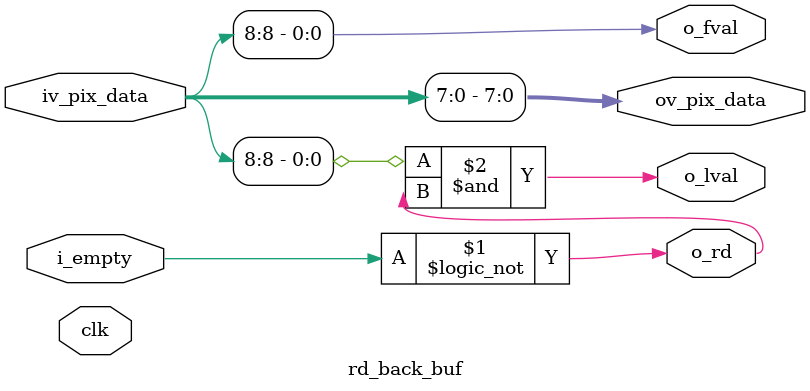
<source format=v>
`timescale 1ns/1ps

module rd_back_buf # (
	parameter	DATA_WIDTH	= 8		//Êý¾ÝÎ»¿í
	)
	(
	input						clk			,
	input						i_empty		,
	input	[DATA_WIDTH:0]		iv_pix_data	,
	output						o_rd		,
	output						o_fval		,
	output						o_lval		,
	output	[DATA_WIDTH-1:0]	ov_pix_data
	);

	//	ref signals


	//	ref ARCHITECTURE
	assign	o_rd		= !i_empty;
	assign	o_fval		= iv_pix_data[DATA_WIDTH];
	assign	o_lval		= o_fval&o_rd;
	assign	ov_pix_data	= iv_pix_data[DATA_WIDTH-1:0];
	


endmodule

</source>
